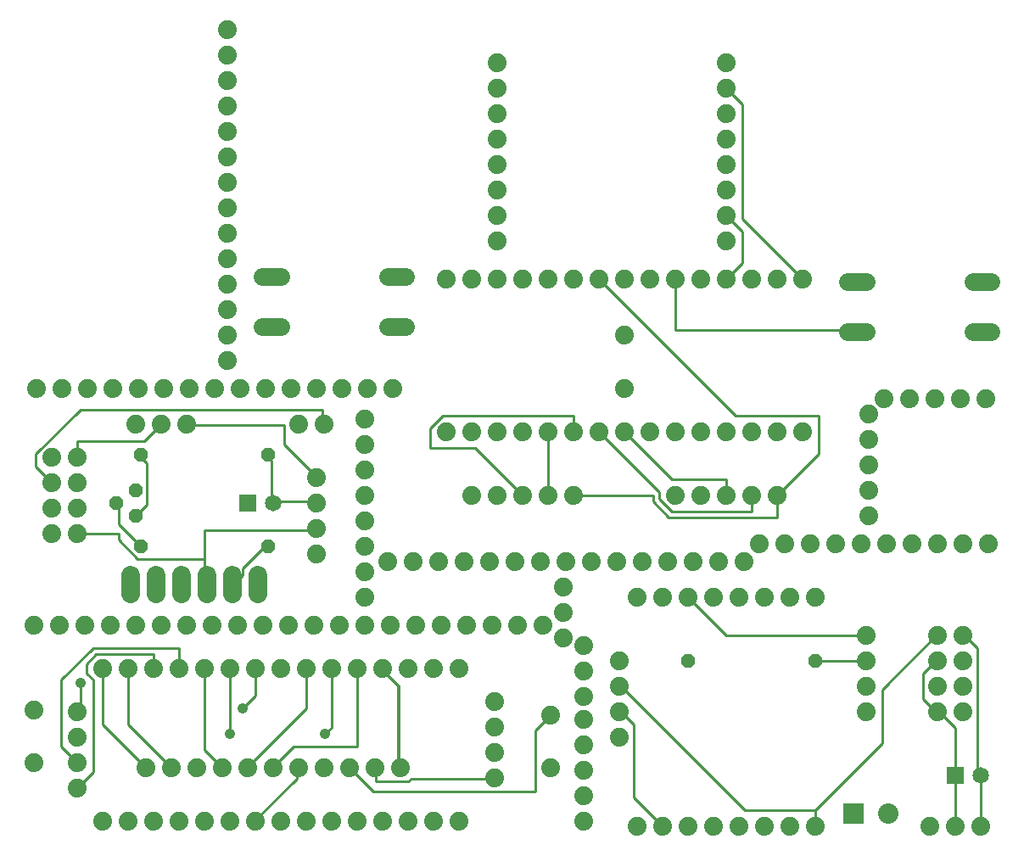
<source format=gbr>
G04 EAGLE Gerber RS-274X export*
G75*
%MOMM*%
%FSLAX34Y34*%
%LPD*%
%INTop Copper*%
%IPPOS*%
%AMOC8*
5,1,8,0,0,1.08239X$1,22.5*%
G01*
%ADD10C,1.879600*%
%ADD11P,1.429621X8X202.500000*%
%ADD12C,1.790700*%
%ADD13P,1.429621X8X112.500000*%
%ADD14R,1.651000X1.651000*%
%ADD15C,1.651000*%
%ADD16R,2.032000X2.032000*%
%ADD17C,2.032000*%
%ADD18C,1.879600*%
%ADD19C,0.304800*%
%ADD20C,0.254000*%
%ADD21C,1.066800*%


D10*
X444500Y182880D03*
X419100Y182880D03*
X393700Y182880D03*
X368300Y182880D03*
X342900Y182880D03*
X317500Y182880D03*
X292100Y182880D03*
X266700Y182880D03*
X241300Y182880D03*
X215900Y182880D03*
X190500Y182880D03*
X165100Y182880D03*
X139700Y182880D03*
X114300Y182880D03*
X88900Y182880D03*
X88900Y30480D03*
X114300Y30480D03*
X139700Y30480D03*
X165100Y30480D03*
X190500Y30480D03*
X215900Y30480D03*
X241300Y30480D03*
X266700Y30480D03*
X292100Y30480D03*
X317500Y30480D03*
X342900Y30480D03*
X368300Y30480D03*
X393700Y30480D03*
X419100Y30480D03*
X444500Y30480D03*
X63500Y63500D03*
X63500Y88900D03*
X63500Y114300D03*
X63500Y139700D03*
X480060Y149860D03*
X480060Y124460D03*
X480060Y99060D03*
X480060Y73660D03*
X535940Y136398D03*
X535940Y83820D03*
X20320Y141478D03*
X20320Y88900D03*
X622300Y25400D03*
X647700Y25400D03*
X673100Y25400D03*
X698500Y25400D03*
X723900Y25400D03*
X749300Y25400D03*
X774700Y25400D03*
X800100Y25400D03*
X800100Y254000D03*
X774700Y254000D03*
X749300Y254000D03*
X723900Y254000D03*
X698500Y254000D03*
X673100Y254000D03*
X647700Y254000D03*
X622300Y254000D03*
X604520Y114300D03*
X604520Y139700D03*
X604520Y165100D03*
X604520Y190500D03*
X850900Y139700D03*
X850900Y165100D03*
X850900Y190500D03*
X850900Y215900D03*
D11*
X800100Y190500D03*
X673100Y190500D03*
D10*
X431800Y419100D03*
X457200Y419100D03*
X482600Y419100D03*
X508000Y419100D03*
X533400Y419100D03*
X558800Y419100D03*
X584200Y419100D03*
X609600Y419100D03*
X635000Y419100D03*
X660400Y419100D03*
X685800Y419100D03*
X711200Y419100D03*
X736600Y419100D03*
X762000Y419100D03*
X787400Y419100D03*
X787400Y571500D03*
X762000Y571500D03*
X736600Y571500D03*
X711200Y571500D03*
X685800Y571500D03*
X660400Y571500D03*
X635000Y571500D03*
X609600Y571500D03*
X584200Y571500D03*
X558800Y571500D03*
X533400Y571500D03*
X508000Y571500D03*
X482600Y571500D03*
X457200Y571500D03*
X431800Y571500D03*
X457200Y355600D03*
X482600Y355600D03*
X508000Y355600D03*
X533400Y355600D03*
X558800Y355600D03*
X660400Y355600D03*
X685800Y355600D03*
X711200Y355600D03*
X736600Y355600D03*
X762000Y355600D03*
D12*
X391478Y573532D02*
X373571Y573532D01*
X266510Y573532D02*
X248603Y573532D01*
X373571Y523748D02*
X391478Y523748D01*
X266510Y523748D02*
X248603Y523748D01*
X832803Y518668D02*
X850710Y518668D01*
X957771Y518668D02*
X975678Y518668D01*
X850710Y568452D02*
X832803Y568452D01*
X957771Y568452D02*
X975678Y568452D01*
D10*
X63500Y317500D03*
X63500Y342900D03*
X63500Y368300D03*
X63500Y393700D03*
X38100Y393700D03*
X38100Y368300D03*
X38100Y342900D03*
X38100Y317500D03*
X172720Y426720D03*
X147320Y426720D03*
X121920Y426720D03*
X302260Y373380D03*
X302260Y347980D03*
X302260Y322580D03*
X302260Y297180D03*
X284480Y426720D03*
X309880Y426720D03*
D13*
X121920Y360680D03*
X102870Y347980D03*
X121920Y335280D03*
D11*
X254000Y304800D03*
X127000Y304800D03*
X254000Y396240D03*
X127000Y396240D03*
D14*
X233880Y347980D03*
D15*
X258880Y347980D03*
D10*
X386080Y83820D03*
X360680Y83820D03*
X335280Y83820D03*
X309880Y83820D03*
X284480Y83820D03*
X259080Y83820D03*
X233680Y83820D03*
X208280Y83820D03*
X182880Y83820D03*
X157480Y83820D03*
X132080Y83820D03*
X947420Y139700D03*
X947420Y165100D03*
X947420Y190500D03*
X947420Y215900D03*
X922020Y215900D03*
X922020Y190500D03*
X922020Y165100D03*
X922020Y139700D03*
X965200Y25400D03*
X939800Y25400D03*
X914400Y25400D03*
D14*
X940000Y76200D03*
D15*
X965000Y76200D03*
D16*
X838200Y38100D03*
D17*
X873200Y38100D03*
D10*
X373380Y289560D03*
X398780Y289560D03*
X424180Y289560D03*
X449580Y289560D03*
X474980Y289560D03*
X500380Y289560D03*
X525780Y289560D03*
X551180Y289560D03*
X576580Y289560D03*
X601980Y289560D03*
X627380Y289560D03*
X652780Y289560D03*
X678180Y289560D03*
X703580Y289560D03*
X728980Y289560D03*
X96520Y226060D03*
X121920Y226060D03*
X147320Y226060D03*
X172720Y226060D03*
X198120Y226060D03*
X223520Y226060D03*
X248920Y226060D03*
X274320Y226060D03*
X299720Y226060D03*
X325120Y226060D03*
X350520Y226060D03*
X375920Y226060D03*
X401320Y226060D03*
X426720Y226060D03*
X452120Y226060D03*
X350520Y254000D03*
X350520Y279400D03*
X350520Y304800D03*
X20320Y226060D03*
X45720Y226060D03*
X71120Y226060D03*
X350520Y381000D03*
X350520Y355600D03*
X350520Y330200D03*
X528320Y226060D03*
X502920Y226060D03*
X477520Y226060D03*
X548640Y213360D03*
X548640Y238760D03*
X548640Y264160D03*
X568960Y154940D03*
X568960Y180340D03*
X568960Y205740D03*
X568960Y81280D03*
X568960Y106680D03*
X568960Y132080D03*
X568960Y30480D03*
X568960Y55880D03*
X350520Y406400D03*
X350520Y431800D03*
X22860Y462280D03*
X48260Y462280D03*
X73660Y462280D03*
X99060Y462280D03*
X124460Y462280D03*
X149860Y462280D03*
X175260Y462280D03*
X200660Y462280D03*
X226060Y462280D03*
X251460Y462280D03*
X276860Y462280D03*
X302260Y462280D03*
X327660Y462280D03*
X353060Y462280D03*
X378460Y462280D03*
D18*
X116840Y276098D02*
X116840Y257302D01*
X142240Y257302D02*
X142240Y276098D01*
X167640Y276098D02*
X167640Y257302D01*
X193040Y257302D02*
X193040Y276098D01*
X218440Y276098D02*
X218440Y257302D01*
X243840Y257302D02*
X243840Y276098D01*
D10*
X609600Y515620D03*
X609600Y462280D03*
X711200Y609600D03*
X711200Y635000D03*
X711200Y660400D03*
X711200Y685800D03*
X711200Y711200D03*
X711200Y736600D03*
X711200Y762000D03*
X711200Y787400D03*
X482600Y609600D03*
X482600Y635000D03*
X482600Y660400D03*
X482600Y685800D03*
X482600Y711200D03*
X482600Y736600D03*
X482600Y762000D03*
X482600Y787400D03*
X853440Y335280D03*
X853440Y360680D03*
X853440Y386080D03*
X853440Y411480D03*
X853440Y436880D03*
X868680Y452120D03*
X894080Y452120D03*
X919480Y452120D03*
X944880Y452120D03*
X970280Y452120D03*
X213360Y490220D03*
X213360Y515620D03*
X213360Y541020D03*
X213360Y566420D03*
X213360Y591820D03*
X213360Y617220D03*
X213360Y642620D03*
X213360Y668020D03*
X213360Y693420D03*
X213360Y718820D03*
X213360Y744220D03*
X213360Y769620D03*
X213360Y795020D03*
X213360Y820420D03*
X744220Y307340D03*
X769620Y307340D03*
X795020Y307340D03*
X820420Y307340D03*
X845820Y307340D03*
X871220Y307340D03*
X896620Y307340D03*
X922020Y307340D03*
X947420Y307340D03*
X972820Y307340D03*
D19*
X384175Y165100D02*
X368300Y180975D01*
X384175Y165100D02*
X384175Y85725D01*
X368300Y180975D02*
X368300Y182880D01*
X384175Y85725D02*
X386080Y83820D01*
D20*
X317500Y123825D02*
X311150Y117475D01*
X317500Y123825D02*
X317500Y182880D01*
D21*
X311150Y117475D03*
D20*
X66675Y142875D02*
X63500Y139700D01*
X66675Y142875D02*
X66675Y168275D01*
D21*
X66675Y168275D03*
D20*
X228600Y142875D02*
X241300Y155575D01*
X241300Y182880D01*
D21*
X228600Y142875D03*
D20*
X215900Y117475D02*
X215900Y182880D01*
D21*
X215900Y117475D03*
D20*
X190500Y101600D02*
X208280Y83820D01*
X190500Y101600D02*
X190500Y182880D01*
X63500Y88900D02*
X47625Y104775D01*
X47625Y171450D01*
X79375Y203200D01*
X165100Y203200D01*
X165100Y182880D01*
X114300Y127000D02*
X157480Y83820D01*
X114300Y127000D02*
X114300Y182880D01*
X79375Y79375D02*
X63500Y63500D01*
X79375Y79375D02*
X79375Y171450D01*
X73025Y177800D01*
X73025Y187325D01*
X82550Y196850D01*
X139700Y196850D01*
X139700Y182880D01*
X396875Y73025D02*
X479425Y73025D01*
X396875Y73025D02*
X393700Y69850D01*
X361950Y69850D01*
X361950Y82550D01*
X479425Y73025D02*
X480060Y73660D01*
X361950Y82550D02*
X360680Y83820D01*
X292100Y142875D02*
X234950Y85725D01*
X292100Y142875D02*
X292100Y182880D01*
X234950Y85725D02*
X233680Y83820D01*
X260350Y85725D02*
X279400Y104775D01*
X342900Y104775D01*
X342900Y182880D01*
X260350Y85725D02*
X259080Y83820D01*
X132080Y83820D02*
X88900Y127000D01*
X88900Y182880D01*
X241300Y31750D02*
X282575Y73025D01*
X282575Y82550D01*
X241300Y31750D02*
X241300Y30480D01*
X282575Y82550D02*
X284480Y83820D01*
X335280Y83820D02*
X358775Y60325D01*
X520700Y60325D01*
X520700Y120650D01*
X533400Y133350D01*
X535940Y136398D01*
X619125Y53975D02*
X647700Y25400D01*
X619125Y53975D02*
X619125Y127000D01*
X606425Y139700D01*
X604520Y139700D01*
X965200Y76200D02*
X965200Y25400D01*
X965200Y76200D02*
X965000Y76200D01*
X962025Y203200D02*
X949325Y215900D01*
X962025Y203200D02*
X962025Y76200D01*
X949325Y215900D02*
X947420Y215900D01*
X962025Y76200D02*
X965000Y76200D01*
X711200Y215900D02*
X673100Y254000D01*
X711200Y215900D02*
X850900Y215900D01*
X850900Y190500D02*
X800100Y190500D01*
X730250Y41275D02*
X606425Y165100D01*
X730250Y41275D02*
X800100Y41275D01*
X800100Y25400D01*
X606425Y165100D02*
X604520Y165100D01*
X866775Y161925D02*
X920750Y215900D01*
X866775Y161925D02*
X866775Y107950D01*
X800100Y41275D01*
X920750Y215900D02*
X922020Y215900D01*
X711200Y571500D02*
X727075Y587375D01*
X727075Y619125D01*
X711200Y635000D01*
X533400Y419100D02*
X533400Y355600D01*
X584200Y419100D02*
X644525Y358775D01*
X644525Y352425D01*
X657225Y339725D01*
X736600Y339725D01*
X736600Y355600D01*
X638175Y355600D02*
X558800Y355600D01*
X638175Y355600D02*
X638175Y349250D01*
X654050Y333375D01*
X762000Y333375D01*
X762000Y355600D01*
X720725Y434975D02*
X584200Y571500D01*
X720725Y434975D02*
X803275Y434975D01*
X803275Y396875D01*
X762000Y355600D01*
X841375Y520700D02*
X660400Y520700D01*
X660400Y571500D01*
X841375Y520700D02*
X841756Y518668D01*
X301625Y349250D02*
X260350Y349250D01*
X258880Y347980D01*
X301625Y349250D02*
X302260Y347980D01*
X257175Y390525D02*
X254000Y393700D01*
X257175Y390525D02*
X257175Y349250D01*
X254000Y393700D02*
X254000Y396240D01*
X257175Y349250D02*
X258880Y347980D01*
X147320Y426720D02*
X130175Y409575D01*
X63500Y409575D01*
X63500Y393700D01*
X174625Y425450D02*
X269875Y425450D01*
X269875Y406400D01*
X301625Y374650D01*
X174625Y425450D02*
X172720Y426720D01*
X301625Y374650D02*
X302260Y373380D01*
X38100Y368300D02*
X22225Y384175D01*
X22225Y396875D01*
X66675Y441325D01*
X307975Y441325D01*
X307975Y428625D01*
X309880Y426720D01*
X127000Y304800D02*
X104775Y327025D01*
X104775Y346075D01*
X102870Y347980D01*
X123825Y336550D02*
X133350Y346075D01*
X133350Y387350D01*
X127000Y393700D01*
X123825Y336550D02*
X121920Y335280D01*
X127000Y393700D02*
X127000Y396240D01*
X104775Y317500D02*
X63500Y317500D01*
X104775Y317500D02*
X104775Y311150D01*
X123825Y292100D01*
X190500Y292100D01*
X190500Y266700D01*
X193040Y266700D01*
X190500Y320675D02*
X301625Y320675D01*
X190500Y320675D02*
X190500Y292100D01*
X301625Y320675D02*
X302260Y322580D01*
X228600Y276225D02*
X219075Y266700D01*
X228600Y276225D02*
X228600Y282575D01*
X250825Y304800D01*
X254000Y304800D01*
X219075Y266700D02*
X218440Y266700D01*
X939800Y76200D02*
X939800Y25400D01*
X939800Y123825D02*
X923925Y139700D01*
X939800Y123825D02*
X939800Y76200D01*
X923925Y139700D02*
X922020Y139700D01*
X939800Y76200D02*
X940000Y76200D01*
X908050Y177800D02*
X920750Y190500D01*
X908050Y177800D02*
X908050Y152400D01*
X920750Y139700D01*
X920750Y190500D02*
X922020Y190500D01*
X922020Y139700D02*
X920750Y139700D01*
X508000Y355600D02*
X460375Y403225D01*
X415925Y403225D01*
X415925Y422275D01*
X428625Y434975D01*
X558800Y434975D01*
X558800Y419100D01*
X609600Y419100D02*
X657225Y371475D01*
X711200Y371475D01*
X711200Y355600D01*
X787400Y571500D02*
X727075Y631825D01*
X727075Y746125D01*
X711200Y762000D01*
M02*

</source>
